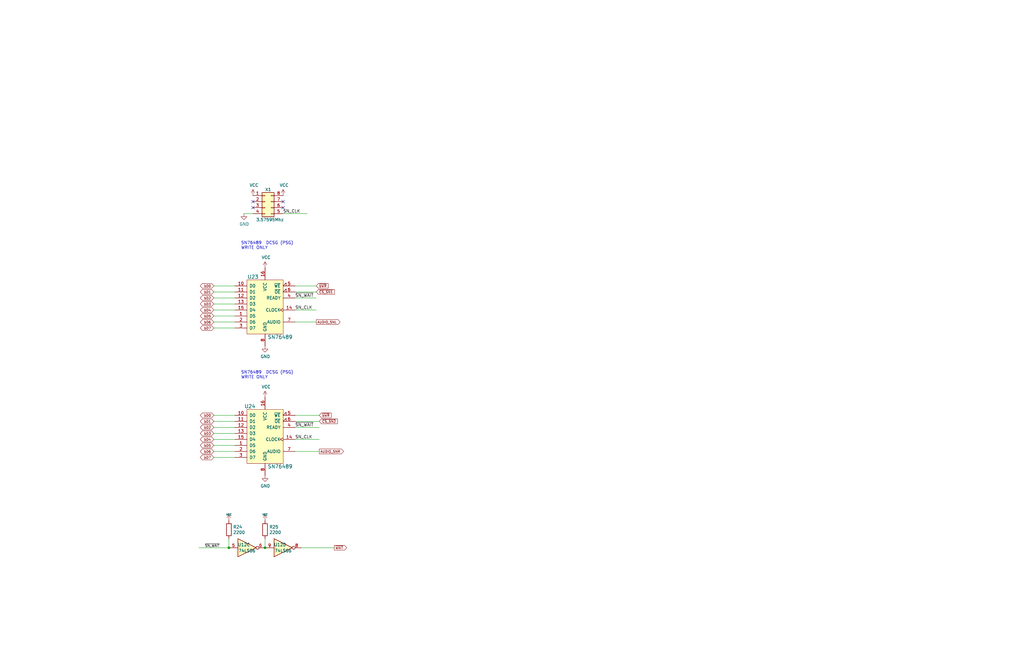
<source format=kicad_sch>
(kicad_sch (version 20211123) (generator eeschema)
  (paper "B")
  (lib_symbols
    (symbol "74xx:74LS06" (pin_names (offset 1.016))
      (property "Reference" "U" (at 0 1.27 0))
      (property "Value" "74LS06" (at 0 -1.27 0))
      (symbol "74LS06_1_0"
        (polyline (pts (xy -3.81 3.81) (xy -3.81 -3.81) (xy 3.81 0) (xy -3.81 3.81)) (stroke (width 0.254)) (fill (type background)))
        (pin input line (at -7.62 0 0) (length 3.81) (name "~") (number "1"))
        (pin open_collector inverted (at 7.62 0 180) (length 3.81) (name "~") (number "2"))
      )
      (symbol "74LS06_2_0"
        (polyline (pts (xy -3.81 3.81) (xy -3.81 -3.81) (xy 3.81 0) (xy -3.81 3.81)) (stroke (width 0.254)) (fill (type background)))
        (pin input line (at -7.62 0 0) (length 3.81) (name "~") (number "3"))
        (pin open_collector inverted (at 7.62 0 180) (length 3.81) (name "~") (number "4"))
      )
      (symbol "74LS06_3_0"
        (polyline (pts (xy -3.81 3.81) (xy -3.81 -3.81) (xy 3.81 0) (xy -3.81 3.81)) (stroke (width 0.254)) (fill (type background)))
        (pin input line (at -7.62 0 0) (length 3.81) (name "~") (number "5"))
        (pin open_collector inverted (at 7.62 0 180) (length 3.81) (name "~") (number "6"))
      )
      (symbol "74LS06_4_0"
        (polyline (pts (xy -3.81 3.81) (xy -3.81 -3.81) (xy 3.81 0) (xy -3.81 3.81)) (stroke (width 0.254)) (fill (type background)))
        (pin open_collector inverted (at 7.62 0 180) (length 3.81) (name "~") (number "8"))
        (pin input line (at -7.62 0 0) (length 3.81) (name "~") (number "9"))
      )
      (symbol "74LS06_5_0"
        (polyline (pts (xy -3.81 3.81) (xy -3.81 -3.81) (xy 3.81 0) (xy -3.81 3.81)) (stroke (width 0.254)) (fill (type background)))
        (pin open_collector inverted (at 7.62 0 180) (length 3.81) (name "~") (number "10"))
        (pin input line (at -7.62 0 0) (length 3.81) (name "~") (number "11"))
      )
      (symbol "74LS06_6_0"
        (polyline (pts (xy -3.81 3.81) (xy -3.81 -3.81) (xy 3.81 0) (xy -3.81 3.81)) (stroke (width 0.254)) (fill (type background)))
        (pin open_collector inverted (at 7.62 0 180) (length 3.81) (name "~") (number "12"))
        (pin input line (at -7.62 0 0) (length 3.81) (name "~") (number "13"))
      )
      (symbol "74LS06_7_0"
        (pin power_in line (at 0 12.7 270) (length 5.08) (name "VCC") (number "14"))
        (pin power_in line (at 0 -12.7 90) (length 5.08) (name "GND") (number "7"))
      )
      (symbol "74LS06_7_1"
        (rectangle (start -5.08 7.62) (end 5.08 -7.62) (stroke (width 0.254)) (fill (type background)))
      )
    )
    (symbol "Connector_Generic:Conn_02x04_Counter_Clockwise" (pin_names (offset 1.016) hide)
      (property "Reference" "J" (at 1.27 5.08 0))
      (property "Value" "Conn_02x04_Counter_Clockwise" (at 1.27 -7.62 0))
      (symbol "Conn_02x04_Counter_Clockwise_1_1"
        (rectangle (start -1.27 -4.953) (end 0 -5.207) (stroke (width 0.1524)))
        (rectangle (start -1.27 -2.413) (end 0 -2.667) (stroke (width 0.1524)))
        (rectangle (start -1.27 0.127) (end 0 -0.127) (stroke (width 0.1524)))
        (rectangle (start -1.27 2.667) (end 0 2.413) (stroke (width 0.1524)))
        (rectangle (start -1.27 3.81) (end 3.81 -6.35) (stroke (width 0.254)) (fill (type background)))
        (rectangle (start 3.81 -4.953) (end 2.54 -5.207) (stroke (width 0.1524)))
        (rectangle (start 3.81 -2.413) (end 2.54 -2.667) (stroke (width 0.1524)))
        (rectangle (start 3.81 0.127) (end 2.54 -0.127) (stroke (width 0.1524)))
        (rectangle (start 3.81 2.667) (end 2.54 2.413) (stroke (width 0.1524)))
        (pin passive line (at -5.08 2.54 0) (length 3.81) (name "Pin_1") (number "1"))
        (pin passive line (at -5.08 0 0) (length 3.81) (name "Pin_2") (number "2"))
        (pin passive line (at -5.08 -2.54 0) (length 3.81) (name "Pin_3") (number "3"))
        (pin passive line (at -5.08 -5.08 0) (length 3.81) (name "Pin_4") (number "4"))
        (pin passive line (at 7.62 -5.08 180) (length 3.81) (name "Pin_5") (number "5"))
        (pin passive line (at 7.62 -2.54 180) (length 3.81) (name "Pin_6") (number "6"))
        (pin passive line (at 7.62 0 180) (length 3.81) (name "Pin_7") (number "7"))
        (pin passive line (at 7.62 2.54 180) (length 3.81) (name "Pin_8") (number "8"))
      )
    )
    (symbol "Device:R" (pin_numbers hide) (pin_names (offset 0))
      (property "Reference" "R" (at 2.032 0 90))
      (property "Value" "R" (at 0 0 90))
      (symbol "R_0_1"
        (rectangle (start -1.016 -2.54) (end 1.016 2.54) (stroke (width 0.254)))
      )
      (symbol "R_1_1"
        (pin passive line (at 0 3.81 270) (length 1.27) (name "~") (number "1"))
        (pin passive line (at 0 -3.81 90) (length 1.27) (name "~") (number "2"))
      )
    )
    (symbol "SN76489:SN76489-oldchips" (pin_names (offset 1.016))
      (property "Reference" "U25" (at -6.35 25.4 0))
      (property "Value" "SN76489-oldchips" (at 6.35 0 0))
      (symbol "SN76489-oldchips_0_1"
        (rectangle (start -7.62 24.13) (end 7.62 1.27) (fill (type background)))
      )
      (symbol "SN76489-oldchips_1_1"
        (pin input line (at -12.7 8.89 0) (length 5.08) (name "D5") (number "1"))
        (pin input line (at -12.7 21.59 0) (length 5.08) (name "D0") (number "10"))
        (pin input line (at -12.7 19.05 0) (length 5.08) (name "D1") (number "11"))
        (pin input line (at -12.7 16.51 0) (length 5.08) (name "D2") (number "12"))
        (pin input line (at -12.7 13.97 0) (length 5.08) (name "D3") (number "13"))
        (pin input clock (at 12.7 11.43 180) (length 5.08) (name "CLOCK") (number "14"))
        (pin input line (at -12.7 11.43 0) (length 5.08) (name "D4") (number "15"))
        (pin input line (at 0 29.21 270) (length 5.08) (name "VCC") (number "16"))
        (pin input line (at -12.7 6.35 0) (length 5.08) (name "D6") (number "2"))
        (pin input line (at -12.7 3.81 0) (length 5.08) (name "D7") (number "3"))
        (pin open_collector line (at 12.7 16.51 180) (length 5.08) (name "READY") (number "4"))
        (pin input input_low (at 12.7 21.59 180) (length 5.08) (name "~{WE}") (number "5"))
        (pin input input_low (at 12.7 19.05 180) (length 5.08) (name "~{OE}") (number "6"))
        (pin output line (at 12.7 6.35 180) (length 5.08) (name "AUDIO") (number "7"))
        (pin input line (at 0 -3.81 90) (length 5.08) (name "GND") (number "8"))
        (pin no_connect line (at 12.7 3.81 180) (length 5.08) hide (name "N.C.") (number "9"))
      )
    )
    (symbol "power:GND" (power) (pin_names (offset 0))
      (property "Value" "GND" (at 0 -3.81 0))
      (symbol "GND_0_1"
        (polyline (pts (xy 0 0) (xy 0 -1.27) (xy 1.27 -1.27) (xy 0 -2.54) (xy -1.27 -1.27) (xy 0 -1.27)))
      )
      (symbol "GND_1_1"
        (pin power_in line (at 0 0 270) (length 0) hide (name "GND") (number "1"))
      )
    )
    (symbol "power:VCC" (power) (pin_names (offset 0))
      (property "Value" "VCC" (at 0 3.81 0))
      (symbol "VCC_0_1"
        (polyline (pts (xy -0.762 1.27) (xy 0 2.54)))
        (polyline (pts (xy 0 0) (xy 0 2.54)))
        (polyline (pts (xy 0 2.54) (xy 0.762 1.27)))
      )
      (symbol "VCC_1_1"
        (pin power_in line (at 0 0 90) (length 0) hide (name "VCC") (number "1"))
      )
    )
  )
  (junction (at 111.76 231.14))
  (junction (at 96.52 231.14))
  (no_connect (at 119.38 87.63))
  (no_connect (at 106.68 85.09))
  (no_connect (at 119.38 85.09))
  (no_connect (at 106.68 87.63))
  (wire (pts (xy 90.17 123.19) (xy 99.06 123.19)))
  (wire (pts (xy 111.76 227.33) (xy 111.76 231.14)))
  (wire (pts (xy 133.35 123.19) (xy 124.46 123.19)))
  (wire (pts (xy 90.17 138.43) (xy 99.06 138.43)))
  (wire (pts (xy 90.17 135.89) (xy 99.06 135.89)))
  (wire (pts (xy 124.46 185.42) (xy 134.62 185.42)))
  (wire (pts (xy 124.46 135.89) (xy 133.35 135.89)))
  (wire (pts (xy 90.17 125.73) (xy 99.06 125.73)))
  (wire (pts (xy 102.87 90.17) (xy 106.68 90.17)))
  (wire (pts (xy 90.17 128.27) (xy 99.06 128.27)))
  (wire (pts (xy 124.46 125.73) (xy 133.35 125.73)))
  (wire (pts (xy 90.17 190.5) (xy 99.06 190.5)))
  (wire (pts (xy 90.17 180.34) (xy 99.06 180.34)))
  (wire (pts (xy 90.17 193.04) (xy 99.06 193.04)))
  (wire (pts (xy 140.97 231.14) (xy 127 231.14)))
  (wire (pts (xy 134.62 177.8) (xy 124.46 177.8)))
  (wire (pts (xy 124.46 130.81) (xy 133.35 130.81)))
  (wire (pts (xy 90.17 175.26) (xy 99.06 175.26)))
  (wire (pts (xy 90.17 187.96) (xy 99.06 187.96)))
  (wire (pts (xy 119.38 90.17) (xy 129.54 90.17)))
  (wire (pts (xy 90.17 133.35) (xy 99.06 133.35)))
  (wire (pts (xy 90.17 177.8) (xy 99.06 177.8)))
  (wire (pts (xy 134.62 175.26) (xy 124.46 175.26)))
  (wire (pts (xy 90.17 185.42) (xy 99.06 185.42)))
  (wire (pts (xy 83.82 231.14) (xy 96.52 231.14)))
  (wire (pts (xy 90.17 120.65) (xy 99.06 120.65)))
  (wire (pts (xy 90.17 130.81) (xy 99.06 130.81)))
  (wire (pts (xy 124.46 190.5) (xy 134.62 190.5)))
  (wire (pts (xy 133.35 120.65) (xy 124.46 120.65)))
  (wire (pts (xy 90.17 182.88) (xy 99.06 182.88)))
  (wire (pts (xy 124.46 180.34) (xy 134.62 180.34)))
  (wire (pts (xy 96.52 227.33) (xy 96.52 231.14)))
  (text "SN76489  DCSG (PSG)\nWRITE ONLY" (at 101.6 105.41 0) (effects (font (size 1.27 1.27)) (justify left bottom)))
  (text "SN76489  DCSG (PSG)\nWRITE ONLY" (at 101.6 160.02 0) (effects (font (size 1.27 1.27)) (justify left bottom)))
  (label "SN_CLK" (at 124.46 185.42 0))
  (label "SN_CLK" (at 119.38 90.17 0))
  (label "~{SN_WAIT}" (at 86.36 231.14 0) (effects (font (size 1.016 1.016))))
  (label "~{SN_WAIT}" (at 124.46 180.34 0))
  (label "~{SN_WAIT}" (at 124.46 125.73 0))
  (label "SN_CLK" (at 124.46 130.81 0))
  (global_label "bD7" (shape bidirectional) (at 90.17 193.04 180) (effects (font (size 1.016 1.016))) (property "Intersheet References" "${INTERSHEET_REFS}" (effects hide)))
  (global_label "bD7" (shape bidirectional) (at 90.17 138.43 180) (effects (font (size 1.016 1.016))) (property "Intersheet References" "${INTERSHEET_REFS}" (effects hide)))
  (global_label "~{WAIT}" (shape output) (at 140.97 231.14 0) (effects (font (size 1.016 1.016))) (property "Intersheet References" "${INTERSHEET_REFS}" (effects hide)))
  (global_label "bD3" (shape bidirectional) (at 90.17 182.88 180) (effects (font (size 1.016 1.016))) (property "Intersheet References" "${INTERSHEET_REFS}" (effects hide)))
  (global_label "~{CS_SN2}" (shape input) (at 134.62 177.8 0) (effects (font (size 1.016 1.016))) (property "Intersheet References" "${INTERSHEET_REFS}" (effects hide)))
  (global_label "~{bWR}" (shape input) (at 134.62 175.26 0) (effects (font (size 1.016 1.016))) (property "Intersheet References" "${INTERSHEET_REFS}" (effects hide)))
  (global_label "bD0" (shape bidirectional) (at 90.17 175.26 180) (effects (font (size 1.016 1.016))) (property "Intersheet References" "${INTERSHEET_REFS}" (effects hide)))
  (global_label "bD1" (shape bidirectional) (at 90.17 177.8 180) (effects (font (size 1.016 1.016))) (property "Intersheet References" "${INTERSHEET_REFS}" (effects hide)))
  (global_label "bD5" (shape bidirectional) (at 90.17 187.96 180) (effects (font (size 1.016 1.016))) (property "Intersheet References" "${INTERSHEET_REFS}" (effects hide)))
  (global_label "bD2" (shape bidirectional) (at 90.17 180.34 180) (effects (font (size 1.016 1.016))) (property "Intersheet References" "${INTERSHEET_REFS}" (effects hide)))
  (global_label "bD6" (shape bidirectional) (at 90.17 190.5 180) (effects (font (size 1.016 1.016))) (property "Intersheet References" "${INTERSHEET_REFS}" (effects hide)))
  (global_label "AUDIO_SNL" (shape output) (at 133.35 135.89 0) (effects (font (size 1.016 1.016))) (property "Intersheet References" "${INTERSHEET_REFS}" (effects hide)))
  (global_label "bD5" (shape bidirectional) (at 90.17 133.35 180) (effects (font (size 1.016 1.016))) (property "Intersheet References" "${INTERSHEET_REFS}" (effects hide)))
  (global_label "bD0" (shape bidirectional) (at 90.17 120.65 180) (effects (font (size 1.016 1.016))) (property "Intersheet References" "${INTERSHEET_REFS}" (effects hide)))
  (global_label "bD3" (shape bidirectional) (at 90.17 128.27 180) (effects (font (size 1.016 1.016))) (property "Intersheet References" "${INTERSHEET_REFS}" (effects hide)))
  (global_label "~{CS_SN1}" (shape input) (at 133.35 123.19 0) (effects (font (size 1.016 1.016))) (property "Intersheet References" "${INTERSHEET_REFS}" (effects hide)))
  (global_label "AUDIO_SNR" (shape output) (at 134.62 190.5 0) (effects (font (size 1.016 1.016))) (property "Intersheet References" "${INTERSHEET_REFS}" (effects hide)))
  (global_label "bD4" (shape bidirectional) (at 90.17 130.81 180) (effects (font (size 1.016 1.016))) (property "Intersheet References" "${INTERSHEET_REFS}" (effects hide)))
  (global_label "bD1" (shape bidirectional) (at 90.17 123.19 180) (effects (font (size 1.016 1.016))) (property "Intersheet References" "${INTERSHEET_REFS}" (effects hide)))
  (global_label "bD4" (shape bidirectional) (at 90.17 185.42 180) (effects (font (size 1.016 1.016))) (property "Intersheet References" "${INTERSHEET_REFS}" (effects hide)))
  (global_label "bD2" (shape bidirectional) (at 90.17 125.73 180) (effects (font (size 1.016 1.016))) (property "Intersheet References" "${INTERSHEET_REFS}" (effects hide)))
  (global_label "~{bWR}" (shape input) (at 133.35 120.65 0) (effects (font (size 1.016 1.016))) (property "Intersheet References" "${INTERSHEET_REFS}" (effects hide)))
  (global_label "bD6" (shape bidirectional) (at 90.17 135.89 180) (effects (font (size 1.016 1.016))) (property "Intersheet References" "${INTERSHEET_REFS}" (effects hide)))
  (symbol (lib_id "Connector_Generic:Conn_02x04_Counter_Clockwise") (at 111.76 85.09 0) (unit 1)
    (property "Reference" "X1" (at 111.76 80.01 0) (effects (justify left)))
    (property "Value" "3.57595Mhz" (at 107.95 92.71 0) (effects (justify left)))
    (property "Footprint" "Package_DIP:DIP-8_W7.62mm_Socket" (effects hide))
  )
  (symbol (lib_id "power:GND") (at 102.87 90.17 0) (unit 1)
    (property "Reference" "#PWR064" (effects hide))
    (property "Value" "GND" (at 102.997 94.5642 0))
  )
  (symbol (lib_id "SN76489:SN76489-oldchips") (at 111.76 142.24 0) (unit 1)
    (property "Reference" "U23" (at 106.68 116.84 0) (effects (font (size 1.524 1.524))))
    (property "Value" "SN76489" (at 118.11 142.24 0) (effects (font (size 1.524 1.524))))
    (property "Footprint" "Package_DIP:DIP-16_W7.62mm_Socket" (effects hide))
  )
  (symbol (lib_id "SN76489:SN76489-oldchips") (at 111.76 196.85 0) (unit 1)
    (property "Reference" "U24" (at 105.41 171.45 0) (effects (font (size 1.524 1.524))))
    (property "Value" "SN76489" (at 118.11 196.85 0) (effects (font (size 1.524 1.524))))
    (property "Footprint" "Package_DIP:DIP-16_W7.62mm_Socket" (effects hide))
  )
  (symbol (lib_id "power:GND") (at 111.76 146.05 0) (unit 1)
    (property "Reference" "#PWR066" (effects hide))
    (property "Value" "GND" (at 111.887 150.4442 0))
  )
  (symbol (lib_id "power:GND") (at 111.76 200.66 0) (unit 1)
    (property "Reference" "#PWR068" (effects hide))
    (property "Value" "GND" (at 111.887 205.0542 0))
  )
  (symbol (lib_id "power:VCC") (at 111.76 113.03 0) (unit 1)
    (property "Reference" "#PWR065" (effects hide))
    (property "Value" "VCC" (at 112.1918 108.6358 0))
  )
  (symbol (lib_id "power:VCC") (at 111.76 167.64 0) (unit 1)
    (property "Reference" "#PWR067" (effects hide))
    (property "Value" "VCC" (at 112.1918 163.2458 0))
  )
  (symbol (lib_id "power:VCC") (at 119.38 82.55 0) (unit 1)
    (property "Reference" "#PWR063" (effects hide))
    (property "Value" "VCC" (at 119.8118 78.1558 0))
  )
  (symbol (lib_id "74xx:74LS06") (at 104.14 231.14 0) (unit 3)
    (property "Reference" "U12" (at 102.87 229.87 0))
    (property "Value" "74LS06" (at 104.14 232.41 0))
    (property "Footprint" "Package_DIP:DIP-14_W7.62mm_Socket" (effects hide))
    (property "Datasheet" "http://www.ti.com/lit/gpn/sn74LS06" (effects hide))
  )
  (symbol (lib_id "power:VCC") (at 111.76 219.71 0) (unit 1)
    (property "Reference" "#PWR069" (effects hide))
    (property "Value" "VCC" (at 111.76 217.17 0) (effects (font (size 0.762 0.762))))
  )
  (symbol (lib_id "Device:R") (at 111.76 223.52 0) (unit 1)
    (property "Reference" "R25" (at 113.538 222.3516 0) (effects (justify left)))
    (property "Value" "2200" (at 113.538 224.663 0) (effects (justify left)))
    (property "Footprint" "Resistor_THT:R_Axial_DIN0207_L6.3mm_D2.5mm_P7.62mm_Horizontal" (effects hide))
  )
  (symbol (lib_id "Device:R") (at 96.52 223.52 0) (unit 1)
    (property "Reference" "R24" (at 98.298 222.3516 0) (effects (justify left)))
    (property "Value" "2200" (at 98.298 224.663 0) (effects (justify left)))
    (property "Footprint" "Resistor_THT:R_Axial_DIN0207_L6.3mm_D2.5mm_P7.62mm_Horizontal" (effects hide))
  )
  (symbol (lib_id "power:VCC") (at 96.52 219.71 0) (unit 1)
    (property "Reference" "#PWR062" (effects hide))
    (property "Value" "VCC" (at 96.52 217.17 0) (effects (font (size 0.762 0.762))))
  )
  (symbol (lib_id "power:VCC") (at 106.68 82.55 0) (unit 1)
    (property "Reference" "#PWR0101" (effects hide))
    (property "Value" "VCC" (at 107.1118 78.1558 0))
  )
  (symbol (lib_id "74xx:74LS06") (at 119.38 231.14 0) (unit 4)
    (property "Reference" "U12" (at 118.11 229.87 0))
    (property "Value" "74LS06" (at 119.38 232.41 0))
    (property "Footprint" "Package_DIP:DIP-14_W7.62mm_Socket" (effects hide))
    (property "Datasheet" "http://www.ti.com/lit/gpn/sn74LS06" (effects hide))
  )
)
</source>
